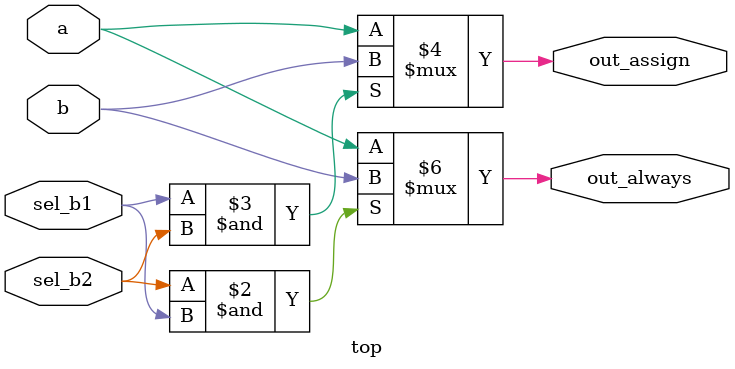
<source format=sv>
module top ( 
    input a,
    input b,
    input sel_b1,
    input sel_b2,
    output wire out_assign,
    output reg out_always   ); 

  always @*
      if(sel_b2 & sel_b1) 
        out_always = b;
      else
        out_always = a;

  assign out_assign = (sel_b1 & sel_b2) ? b : a;

endmodule

</source>
